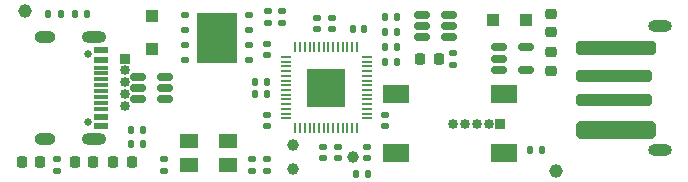
<source format=gbr>
%TF.GenerationSoftware,KiCad,Pcbnew,7.0.2-0*%
%TF.CreationDate,2023-12-30T15:56:12-08:00*%
%TF.ProjectId,uart-friend2-usb,75617274-2d66-4726-9965-6e64322d7573,rev?*%
%TF.SameCoordinates,PX7735940PY6e263e0*%
%TF.FileFunction,Soldermask,Top*%
%TF.FilePolarity,Negative*%
%FSLAX46Y46*%
G04 Gerber Fmt 4.6, Leading zero omitted, Abs format (unit mm)*
G04 Created by KiCad (PCBNEW 7.0.2-0) date 2023-12-30 15:56:12*
%MOMM*%
%LPD*%
G01*
G04 APERTURE LIST*
G04 Aperture macros list*
%AMRoundRect*
0 Rectangle with rounded corners*
0 $1 Rounding radius*
0 $2 $3 $4 $5 $6 $7 $8 $9 X,Y pos of 4 corners*
0 Add a 4 corners polygon primitive as box body*
4,1,4,$2,$3,$4,$5,$6,$7,$8,$9,$2,$3,0*
0 Add four circle primitives for the rounded corners*
1,1,$1+$1,$2,$3*
1,1,$1+$1,$4,$5*
1,1,$1+$1,$6,$7*
1,1,$1+$1,$8,$9*
0 Add four rect primitives between the rounded corners*
20,1,$1+$1,$2,$3,$4,$5,0*
20,1,$1+$1,$4,$5,$6,$7,0*
20,1,$1+$1,$6,$7,$8,$9,0*
20,1,$1+$1,$8,$9,$2,$3,0*%
%AMOutline5P*
0 Free polygon, 5 corners , with rotation*
0 The origin of the aperture is its center*
0 number of corners: always 5*
0 $1 to $10 corner X, Y*
0 $11 Rotation angle, in degrees counterclockwise*
0 create outline with 5 corners*
4,1,5,$1,$2,$3,$4,$5,$6,$7,$8,$9,$10,$1,$2,$11*%
%AMOutline6P*
0 Free polygon, 6 corners , with rotation*
0 The origin of the aperture is its center*
0 number of corners: always 6*
0 $1 to $12 corner X, Y*
0 $13 Rotation angle, in degrees counterclockwise*
0 create outline with 6 corners*
4,1,6,$1,$2,$3,$4,$5,$6,$7,$8,$9,$10,$11,$12,$1,$2,$13*%
%AMOutline7P*
0 Free polygon, 7 corners , with rotation*
0 The origin of the aperture is its center*
0 number of corners: always 7*
0 $1 to $14 corner X, Y*
0 $15 Rotation angle, in degrees counterclockwise*
0 create outline with 7 corners*
4,1,7,$1,$2,$3,$4,$5,$6,$7,$8,$9,$10,$11,$12,$13,$14,$1,$2,$15*%
%AMOutline8P*
0 Free polygon, 8 corners , with rotation*
0 The origin of the aperture is its center*
0 number of corners: always 8*
0 $1 to $16 corner X, Y*
0 $17 Rotation angle, in degrees counterclockwise*
0 create outline with 8 corners*
4,1,8,$1,$2,$3,$4,$5,$6,$7,$8,$9,$10,$11,$12,$13,$14,$15,$16,$1,$2,$17*%
G04 Aperture macros list end*
%ADD10C,0.650000*%
%ADD11R,1.240000X0.600000*%
%ADD12R,1.240000X0.300000*%
%ADD13O,2.100000X1.000000*%
%ADD14O,1.800000X1.000000*%
%ADD15RoundRect,0.135000X0.135000X0.185000X-0.135000X0.185000X-0.135000X-0.185000X0.135000X-0.185000X0*%
%ADD16RoundRect,0.218750X-0.218750X-0.256250X0.218750X-0.256250X0.218750X0.256250X-0.218750X0.256250X0*%
%ADD17RoundRect,0.250000X-0.300000X0.300000X-0.300000X-0.300000X0.300000X-0.300000X0.300000X0.300000X0*%
%ADD18C,1.152000*%
%ADD19R,1.600000X1.300000*%
%ADD20R,3.200000X3.200000*%
%ADD21RoundRect,0.050000X-0.050000X-0.387500X0.050000X-0.387500X0.050000X0.387500X-0.050000X0.387500X0*%
%ADD22RoundRect,0.050000X-0.387500X-0.050000X0.387500X-0.050000X0.387500X0.050000X-0.387500X0.050000X0*%
%ADD23RoundRect,0.140000X-0.170000X0.140000X-0.170000X-0.140000X0.170000X-0.140000X0.170000X0.140000X0*%
%ADD24RoundRect,0.135000X-0.135000X-0.185000X0.135000X-0.185000X0.135000X0.185000X-0.135000X0.185000X0*%
%ADD25RoundRect,0.140000X0.170000X-0.140000X0.170000X0.140000X-0.170000X0.140000X-0.170000X-0.140000X0*%
%ADD26RoundRect,0.140000X-0.140000X-0.170000X0.140000X-0.170000X0.140000X0.170000X-0.140000X0.170000X0*%
%ADD27RoundRect,0.135000X-0.185000X0.135000X-0.185000X-0.135000X0.185000X-0.135000X0.185000X0.135000X0*%
%ADD28R,2.180000X1.600000*%
%ADD29RoundRect,0.150000X-0.512500X-0.150000X0.512500X-0.150000X0.512500X0.150000X-0.512500X0.150000X0*%
%ADD30RoundRect,0.125000X-0.250000X-0.125000X0.250000X-0.125000X0.250000X0.125000X-0.250000X0.125000X0*%
%ADD31R,3.400000X4.300000*%
%ADD32RoundRect,0.135000X0.185000X-0.135000X0.185000X0.135000X-0.185000X0.135000X-0.185000X-0.135000X0*%
%ADD33Outline8P,-3.375000X0.375000X-3.125000X0.625000X3.125000X0.625000X3.375000X0.375000X3.375000X-0.375000X3.125000X-0.625000X-3.125000X-0.625000X-3.375000X-0.375000X180.000000*%
%ADD34Outline8P,-3.250000X0.300000X-3.050000X0.500000X3.050000X0.500000X3.250000X0.300000X3.250000X-0.300000X3.050000X-0.500000X-3.050000X-0.500000X-3.250000X-0.300000X180.000000*%
%ADD35Outline8P,-3.375000X0.450000X-3.075000X0.750000X3.075000X0.750000X3.375000X0.450000X3.375000X-0.450000X3.075000X-0.750000X-3.075000X-0.750000X-3.375000X-0.450000X180.000000*%
%ADD36RoundRect,0.225000X-0.250000X0.225000X-0.250000X-0.225000X0.250000X-0.225000X0.250000X0.225000X0*%
%ADD37RoundRect,0.150000X0.512500X0.150000X-0.512500X0.150000X-0.512500X-0.150000X0.512500X-0.150000X0*%
%ADD38RoundRect,0.225000X0.250000X-0.225000X0.250000X0.225000X-0.250000X0.225000X-0.250000X-0.225000X0*%
%ADD39RoundRect,0.250000X0.300000X0.300000X-0.300000X0.300000X-0.300000X-0.300000X0.300000X-0.300000X0*%
%ADD40R,0.850000X0.850000*%
%ADD41O,0.850000X0.850000*%
%ADD42C,0.988060*%
%ADD43C,0.985520*%
%ADD44O,2.030000X1.000000*%
G04 APERTURE END LIST*
D10*
%TO.C,J1*%
X6355000Y10890000D03*
X6355000Y5110000D03*
D11*
X7475000Y11200000D03*
X7475000Y10400000D03*
D12*
X7475000Y9250000D03*
X7475000Y8250000D03*
X7475000Y7750000D03*
X7475000Y6750000D03*
D11*
X7475000Y5600000D03*
X7475000Y4800000D03*
X7475000Y4800000D03*
X7475000Y5600000D03*
D12*
X7475000Y6250000D03*
X7475000Y7250000D03*
X7475000Y8750000D03*
X7475000Y9750000D03*
D11*
X7475000Y10400000D03*
X7475000Y11200000D03*
D13*
X6875000Y12320000D03*
D14*
X2675000Y12320000D03*
D13*
X6875000Y3680000D03*
D14*
X2675000Y3680000D03*
%TD*%
D15*
%TO.C,R13*%
X11010000Y3250000D03*
X9990000Y3250000D03*
%TD*%
D16*
%TO.C,D6*%
X2287500Y1750000D03*
X712500Y1750000D03*
%TD*%
%TO.C,D5*%
X34462500Y10500000D03*
X36037500Y10500000D03*
%TD*%
%TO.C,D4*%
X6787500Y1750000D03*
X5212500Y1750000D03*
%TD*%
%TO.C,D3*%
X10037500Y1750000D03*
X8462500Y1750000D03*
%TD*%
D17*
%TO.C,D1*%
X11750000Y14150000D03*
X11750000Y11350000D03*
%TD*%
D18*
%TO.C,REF\u002A\u002A*%
X46000000Y1000000D03*
%TD*%
D19*
%TO.C,Y1*%
X18150000Y3500000D03*
X14850000Y3500000D03*
X14850000Y1500000D03*
X18150000Y1500000D03*
%TD*%
D20*
%TO.C,U1*%
X26500000Y8050000D03*
D21*
X23900000Y11487500D03*
X24300000Y11487500D03*
X24700000Y11487500D03*
X25100000Y11487500D03*
X25500000Y11487500D03*
X25900000Y11487500D03*
X26300000Y11487500D03*
X26700000Y11487500D03*
X27100000Y11487500D03*
X27500000Y11487500D03*
X27900000Y11487500D03*
X28300000Y11487500D03*
X28700000Y11487500D03*
X29100000Y11487500D03*
D22*
X29937500Y10650000D03*
X29937500Y10250000D03*
X29937500Y9850000D03*
X29937500Y9450000D03*
X29937500Y9050000D03*
X29937500Y8650000D03*
X29937500Y8250000D03*
X29937500Y7850000D03*
X29937500Y7450000D03*
X29937500Y7050000D03*
X29937500Y6650000D03*
X29937500Y6250000D03*
X29937500Y5850000D03*
X29937500Y5450000D03*
D21*
X29100000Y4612500D03*
X28700000Y4612500D03*
X28300000Y4612500D03*
X27900000Y4612500D03*
X27500000Y4612500D03*
X27100000Y4612500D03*
X26700000Y4612500D03*
X26300000Y4612500D03*
X25900000Y4612500D03*
X25500000Y4612500D03*
X25100000Y4612500D03*
X24700000Y4612500D03*
X24300000Y4612500D03*
X23900000Y4612500D03*
D22*
X23062500Y5450000D03*
X23062500Y5850000D03*
X23062500Y6250000D03*
X23062500Y6650000D03*
X23062500Y7050000D03*
X23062500Y7450000D03*
X23062500Y7850000D03*
X23062500Y8250000D03*
X23062500Y8650000D03*
X23062500Y9050000D03*
X23062500Y9450000D03*
X23062500Y9850000D03*
X23062500Y10250000D03*
X23062500Y10650000D03*
%TD*%
D15*
%TO.C,R1*%
X32510000Y14000000D03*
X31490000Y14000000D03*
%TD*%
D18*
%TO.C,REF\u002A\u002A*%
X1000000Y14500000D03*
%TD*%
D15*
%TO.C,R14*%
X11010000Y4500000D03*
X9990000Y4500000D03*
%TD*%
D23*
%TO.C,C15*%
X20250000Y1980000D03*
X20250000Y1020000D03*
%TD*%
D15*
%TO.C,R8*%
X30010000Y750000D03*
X28990000Y750000D03*
%TD*%
D24*
%TO.C,R12*%
X43740000Y2750000D03*
X44760000Y2750000D03*
%TD*%
D15*
%TO.C,R10*%
X4010000Y14250000D03*
X2990000Y14250000D03*
%TD*%
D25*
%TO.C,C14*%
X12750000Y1020000D03*
X12750000Y1980000D03*
%TD*%
D26*
%TO.C,C1*%
X31520000Y11500000D03*
X32480000Y11500000D03*
%TD*%
D27*
%TO.C,R3*%
X21600000Y14510000D03*
X21600000Y13490000D03*
%TD*%
D26*
%TO.C,C2*%
X31520000Y10250000D03*
X32480000Y10250000D03*
%TD*%
D27*
%TO.C,R15*%
X37250000Y11010000D03*
X37250000Y9990000D03*
%TD*%
D28*
%TO.C,SW2*%
X41590000Y2550000D03*
X32410000Y2550000D03*
%TD*%
D23*
%TO.C,C5*%
X21500000Y5730000D03*
X21500000Y4770000D03*
%TD*%
%TO.C,C16*%
X30000000Y3030000D03*
X30000000Y2070000D03*
%TD*%
%TO.C,C3*%
X31500000Y5730000D03*
X31500000Y4770000D03*
%TD*%
D27*
%TO.C,R7*%
X21500000Y2010000D03*
X21500000Y990000D03*
%TD*%
D24*
%TO.C,R9*%
X5240000Y14250000D03*
X6260000Y14250000D03*
%TD*%
D26*
%TO.C,C9*%
X28770000Y13000000D03*
X29730000Y13000000D03*
%TD*%
D29*
%TO.C,U3*%
X36887500Y14200000D03*
X36887500Y13250000D03*
X36887500Y12300000D03*
X34612500Y12300000D03*
X34612500Y13250000D03*
X34612500Y14200000D03*
%TD*%
%TO.C,U4*%
X41112500Y11450000D03*
X41112500Y10500000D03*
X41112500Y9550000D03*
X43387500Y9550000D03*
X43387500Y11450000D03*
%TD*%
D30*
%TO.C,U2*%
X14550000Y14155000D03*
X14550000Y12885000D03*
X14550000Y11615000D03*
X14550000Y10345000D03*
X19950000Y10345000D03*
X19950000Y11615000D03*
X19950000Y12885000D03*
X19950000Y14155000D03*
D31*
X17250000Y12250000D03*
%TD*%
D32*
%TO.C,R4*%
X22800000Y13490000D03*
X22800000Y14510000D03*
%TD*%
D33*
%TO.C,P1*%
X51016880Y11372580D03*
D34*
X50891880Y8997580D03*
X50891880Y6997580D03*
D35*
X51016880Y4497580D03*
%TD*%
D36*
%TO.C,C12*%
X45500000Y11025000D03*
X45500000Y9475000D03*
%TD*%
D15*
%TO.C,R2*%
X32510000Y12750000D03*
X31490000Y12750000D03*
%TD*%
D28*
%TO.C,SW1*%
X41590000Y7550000D03*
X32410000Y7550000D03*
%TD*%
D37*
%TO.C,U5*%
X12887500Y7050000D03*
X12887500Y8000000D03*
X12887500Y8950000D03*
X10612500Y8950000D03*
X10612500Y8000000D03*
X10612500Y7050000D03*
%TD*%
D23*
%TO.C,C4*%
X26250000Y3030000D03*
X26250000Y2070000D03*
%TD*%
D25*
%TO.C,C7*%
X27000000Y13020000D03*
X27000000Y13980000D03*
%TD*%
%TO.C,C10*%
X25750000Y13020000D03*
X25750000Y13980000D03*
%TD*%
D15*
%TO.C,R6*%
X21510000Y8500000D03*
X20490000Y8500000D03*
%TD*%
D38*
%TO.C,C13*%
X45500000Y12725000D03*
X45500000Y14275000D03*
%TD*%
D23*
%TO.C,C11*%
X27500000Y3030000D03*
X27500000Y2070000D03*
%TD*%
D39*
%TO.C,D2*%
X43400000Y13750000D03*
X40600000Y13750000D03*
%TD*%
D27*
%TO.C,R16*%
X3750000Y2010000D03*
X3750000Y990000D03*
%TD*%
D15*
%TO.C,R5*%
X21510000Y7500000D03*
X20490000Y7500000D03*
%TD*%
D25*
%TO.C,C6*%
X21500000Y10770000D03*
X21500000Y11730000D03*
%TD*%
D40*
%TO.C,P2*%
X41250000Y5000000D03*
D41*
X40250000Y5000000D03*
X39250000Y5000000D03*
X38250000Y5000000D03*
X37250000Y5000000D03*
%TD*%
D40*
%TO.C,P3*%
X9500000Y10500000D03*
D41*
X9500000Y9500000D03*
X9500000Y8500000D03*
X9500000Y7500000D03*
X9500000Y6500000D03*
%TD*%
D42*
%TO.C,J2*%
X28790000Y2185000D03*
D43*
X23710000Y1169000D03*
X23710000Y3201000D03*
%TD*%
D44*
%TO.C,P4*%
X54750000Y13225000D03*
X54750000Y2775000D03*
%TD*%
M02*

</source>
